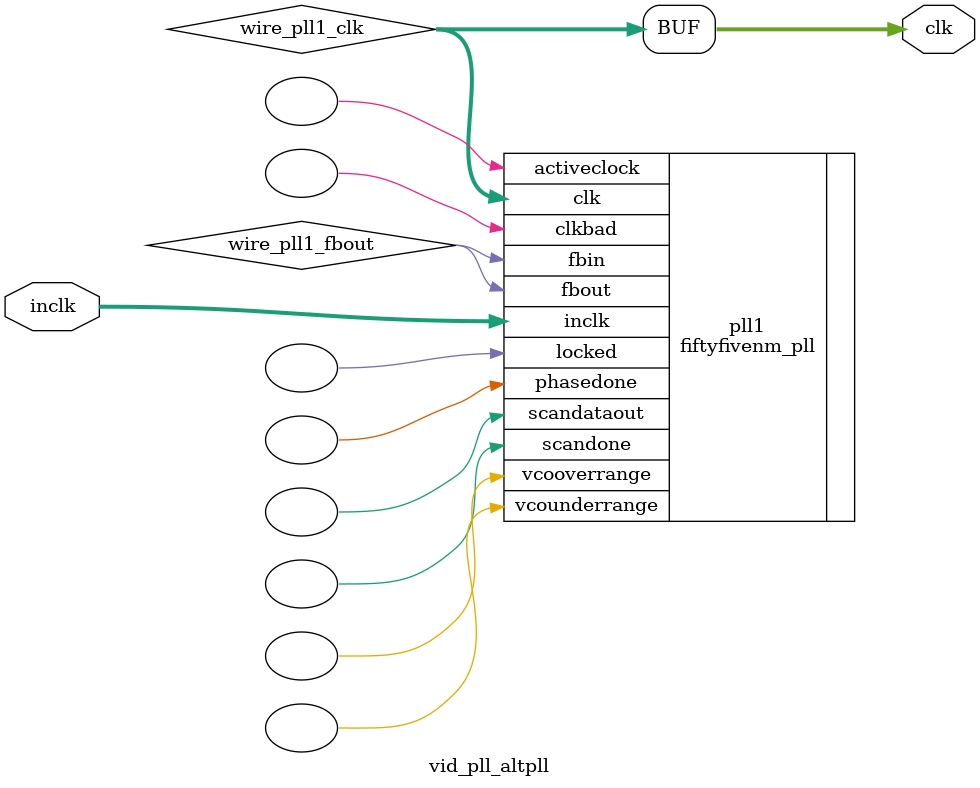
<source format=v>






//synthesis_resources = fiftyfivenm_pll 1 
//synopsys translate_off
`timescale 1 ps / 1 ps
//synopsys translate_on
module  vid_pll_altpll
	( 
	clk,
	inclk) /* synthesis synthesis_clearbox=1 */;
	output   [4:0]  clk;
	input   [1:0]  inclk;
`ifndef ALTERA_RESERVED_QIS
// synopsys translate_off
`endif
	tri0   [1:0]  inclk;
`ifndef ALTERA_RESERVED_QIS
// synopsys translate_on
`endif

	wire  [4:0]   wire_pll1_clk;
	wire  wire_pll1_fbout;

	fiftyfivenm_pll   pll1
	( 
	.activeclock(),
	.clk(wire_pll1_clk),
	.clkbad(),
	.fbin(wire_pll1_fbout),
	.fbout(wire_pll1_fbout),
	.inclk(inclk),
	.locked(),
	.phasedone(),
	.scandataout(),
	.scandone(),
	.vcooverrange(),
	.vcounderrange()
	`ifndef FORMAL_VERIFICATION
	// synopsys translate_off
	`endif
	,
	.areset(1'b0),
	.clkswitch(1'b0),
	.configupdate(1'b0),
	.pfdena(1'b1),
	.phasecounterselect({3{1'b0}}),
	.phasestep(1'b0),
	.phaseupdown(1'b0),
	.scanclk(1'b0),
	.scanclkena(1'b1),
	.scandata(1'b0)
	`ifndef FORMAL_VERIFICATION
	// synopsys translate_on
	`endif
	);
	defparam
		pll1.bandwidth_type = "auto",
		pll1.clk0_divide_by = 50,
		pll1.clk0_duty_cycle = 50,
		pll1.clk0_multiply_by = 27,
		pll1.clk0_phase_shift = "0",
		pll1.compensate_clock = "clk0",
		pll1.inclk0_input_frequency = 20000,
		pll1.operation_mode = "normal",
		pll1.pll_type = "auto",
		pll1.lpm_type = "fiftyfivenm_pll";
	assign
		clk = {wire_pll1_clk[4:0]};
endmodule //vid_pll_altpll
//VALID FILE

</source>
